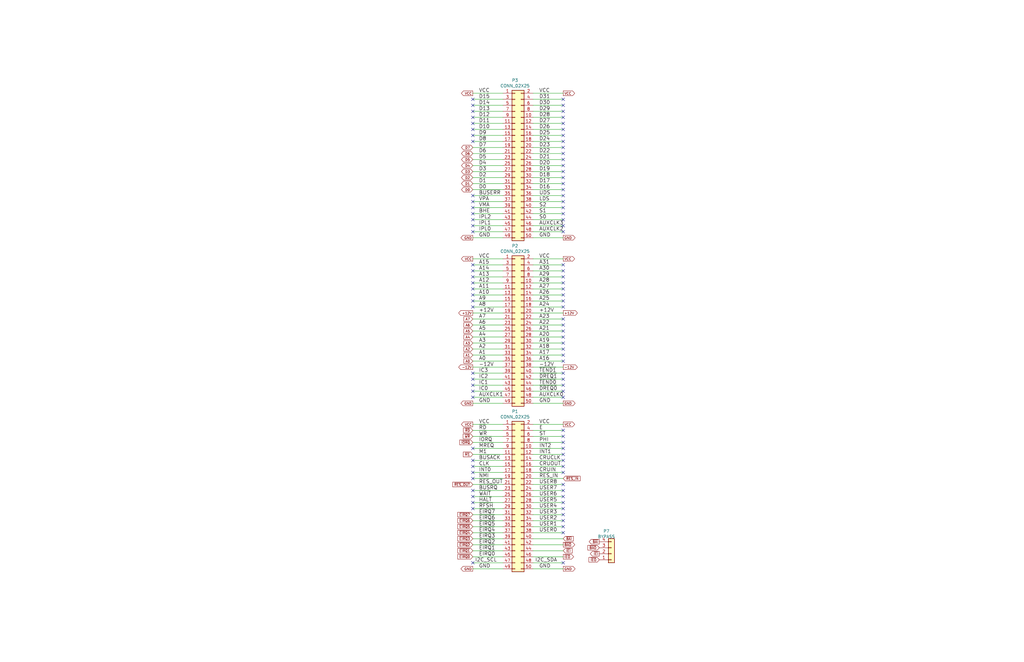
<source format=kicad_sch>
(kicad_sch (version 20211123) (generator eeschema)
  (paper "B")
  (lib_symbols
    (symbol "Connector_Generic:Conn_01x04" (pin_names (offset 1.016) hide)
      (property "Reference" "J" (at 0 5.08 0))
      (property "Value" "Conn_01x04" (at 0 -7.62 0))
      (symbol "Conn_01x04_1_1"
        (rectangle (start -1.27 -4.953) (end 0 -5.207) (stroke (width 0.1524)))
        (rectangle (start -1.27 -2.413) (end 0 -2.667) (stroke (width 0.1524)))
        (rectangle (start -1.27 0.127) (end 0 -0.127) (stroke (width 0.1524)))
        (rectangle (start -1.27 2.667) (end 0 2.413) (stroke (width 0.1524)))
        (rectangle (start -1.27 3.81) (end 1.27 -6.35) (stroke (width 0.254)) (fill (type background)))
        (pin passive line (at -5.08 2.54 0) (length 3.81) (name "Pin_1") (number "1"))
        (pin passive line (at -5.08 0 0) (length 3.81) (name "Pin_2") (number "2"))
        (pin passive line (at -5.08 -2.54 0) (length 3.81) (name "Pin_3") (number "3"))
        (pin passive line (at -5.08 -5.08 0) (length 3.81) (name "Pin_4") (number "4"))
      )
    )
    (symbol "Connector_Generic:Conn_02x25_Odd_Even" (pin_names (offset 1.016) hide)
      (property "Reference" "J" (at 1.27 33.02 0))
      (property "Value" "Conn_02x25_Odd_Even" (at 1.27 -33.02 0))
      (symbol "Conn_02x25_Odd_Even_1_1"
        (rectangle (start -1.27 -30.353) (end 0 -30.607) (stroke (width 0.1524)))
        (rectangle (start -1.27 -27.813) (end 0 -28.067) (stroke (width 0.1524)))
        (rectangle (start -1.27 -25.273) (end 0 -25.527) (stroke (width 0.1524)))
        (rectangle (start -1.27 -22.733) (end 0 -22.987) (stroke (width 0.1524)))
        (rectangle (start -1.27 -20.193) (end 0 -20.447) (stroke (width 0.1524)))
        (rectangle (start -1.27 -17.653) (end 0 -17.907) (stroke (width 0.1524)))
        (rectangle (start -1.27 -15.113) (end 0 -15.367) (stroke (width 0.1524)))
        (rectangle (start -1.27 -12.573) (end 0 -12.827) (stroke (width 0.1524)))
        (rectangle (start -1.27 -10.033) (end 0 -10.287) (stroke (width 0.1524)))
        (rectangle (start -1.27 -7.493) (end 0 -7.747) (stroke (width 0.1524)))
        (rectangle (start -1.27 -4.953) (end 0 -5.207) (stroke (width 0.1524)))
        (rectangle (start -1.27 -2.413) (end 0 -2.667) (stroke (width 0.1524)))
        (rectangle (start -1.27 0.127) (end 0 -0.127) (stroke (width 0.1524)))
        (rectangle (start -1.27 2.667) (end 0 2.413) (stroke (width 0.1524)))
        (rectangle (start -1.27 5.207) (end 0 4.953) (stroke (width 0.1524)))
        (rectangle (start -1.27 7.747) (end 0 7.493) (stroke (width 0.1524)))
        (rectangle (start -1.27 10.287) (end 0 10.033) (stroke (width 0.1524)))
        (rectangle (start -1.27 12.827) (end 0 12.573) (stroke (width 0.1524)))
        (rectangle (start -1.27 15.367) (end 0 15.113) (stroke (width 0.1524)))
        (rectangle (start -1.27 17.907) (end 0 17.653) (stroke (width 0.1524)))
        (rectangle (start -1.27 20.447) (end 0 20.193) (stroke (width 0.1524)))
        (rectangle (start -1.27 22.987) (end 0 22.733) (stroke (width 0.1524)))
        (rectangle (start -1.27 25.527) (end 0 25.273) (stroke (width 0.1524)))
        (rectangle (start -1.27 28.067) (end 0 27.813) (stroke (width 0.1524)))
        (rectangle (start -1.27 30.607) (end 0 30.353) (stroke (width 0.1524)))
        (rectangle (start -1.27 31.75) (end 3.81 -31.75) (stroke (width 0.254)) (fill (type background)))
        (rectangle (start 3.81 -30.353) (end 2.54 -30.607) (stroke (width 0.1524)))
        (rectangle (start 3.81 -27.813) (end 2.54 -28.067) (stroke (width 0.1524)))
        (rectangle (start 3.81 -25.273) (end 2.54 -25.527) (stroke (width 0.1524)))
        (rectangle (start 3.81 -22.733) (end 2.54 -22.987) (stroke (width 0.1524)))
        (rectangle (start 3.81 -20.193) (end 2.54 -20.447) (stroke (width 0.1524)))
        (rectangle (start 3.81 -17.653) (end 2.54 -17.907) (stroke (width 0.1524)))
        (rectangle (start 3.81 -15.113) (end 2.54 -15.367) (stroke (width 0.1524)))
        (rectangle (start 3.81 -12.573) (end 2.54 -12.827) (stroke (width 0.1524)))
        (rectangle (start 3.81 -10.033) (end 2.54 -10.287) (stroke (width 0.1524)))
        (rectangle (start 3.81 -7.493) (end 2.54 -7.747) (stroke (width 0.1524)))
        (rectangle (start 3.81 -4.953) (end 2.54 -5.207) (stroke (width 0.1524)))
        (rectangle (start 3.81 -2.413) (end 2.54 -2.667) (stroke (width 0.1524)))
        (rectangle (start 3.81 0.127) (end 2.54 -0.127) (stroke (width 0.1524)))
        (rectangle (start 3.81 2.667) (end 2.54 2.413) (stroke (width 0.1524)))
        (rectangle (start 3.81 5.207) (end 2.54 4.953) (stroke (width 0.1524)))
        (rectangle (start 3.81 7.747) (end 2.54 7.493) (stroke (width 0.1524)))
        (rectangle (start 3.81 10.287) (end 2.54 10.033) (stroke (width 0.1524)))
        (rectangle (start 3.81 12.827) (end 2.54 12.573) (stroke (width 0.1524)))
        (rectangle (start 3.81 15.367) (end 2.54 15.113) (stroke (width 0.1524)))
        (rectangle (start 3.81 17.907) (end 2.54 17.653) (stroke (width 0.1524)))
        (rectangle (start 3.81 20.447) (end 2.54 20.193) (stroke (width 0.1524)))
        (rectangle (start 3.81 22.987) (end 2.54 22.733) (stroke (width 0.1524)))
        (rectangle (start 3.81 25.527) (end 2.54 25.273) (stroke (width 0.1524)))
        (rectangle (start 3.81 28.067) (end 2.54 27.813) (stroke (width 0.1524)))
        (rectangle (start 3.81 30.607) (end 2.54 30.353) (stroke (width 0.1524)))
        (pin passive line (at -5.08 30.48 0) (length 3.81) (name "Pin_1") (number "1"))
        (pin passive line (at 7.62 20.32 180) (length 3.81) (name "Pin_10") (number "10"))
        (pin passive line (at -5.08 17.78 0) (length 3.81) (name "Pin_11") (number "11"))
        (pin passive line (at 7.62 17.78 180) (length 3.81) (name "Pin_12") (number "12"))
        (pin passive line (at -5.08 15.24 0) (length 3.81) (name "Pin_13") (number "13"))
        (pin passive line (at 7.62 15.24 180) (length 3.81) (name "Pin_14") (number "14"))
        (pin passive line (at -5.08 12.7 0) (length 3.81) (name "Pin_15") (number "15"))
        (pin passive line (at 7.62 12.7 180) (length 3.81) (name "Pin_16") (number "16"))
        (pin passive line (at -5.08 10.16 0) (length 3.81) (name "Pin_17") (number "17"))
        (pin passive line (at 7.62 10.16 180) (length 3.81) (name "Pin_18") (number "18"))
        (pin passive line (at -5.08 7.62 0) (length 3.81) (name "Pin_19") (number "19"))
        (pin passive line (at 7.62 30.48 180) (length 3.81) (name "Pin_2") (number "2"))
        (pin passive line (at 7.62 7.62 180) (length 3.81) (name "Pin_20") (number "20"))
        (pin passive line (at -5.08 5.08 0) (length 3.81) (name "Pin_21") (number "21"))
        (pin passive line (at 7.62 5.08 180) (length 3.81) (name "Pin_22") (number "22"))
        (pin passive line (at -5.08 2.54 0) (length 3.81) (name "Pin_23") (number "23"))
        (pin passive line (at 7.62 2.54 180) (length 3.81) (name "Pin_24") (number "24"))
        (pin passive line (at -5.08 0 0) (length 3.81) (name "Pin_25") (number "25"))
        (pin passive line (at 7.62 0 180) (length 3.81) (name "Pin_26") (number "26"))
        (pin passive line (at -5.08 -2.54 0) (length 3.81) (name "Pin_27") (number "27"))
        (pin passive line (at 7.62 -2.54 180) (length 3.81) (name "Pin_28") (number "28"))
        (pin passive line (at -5.08 -5.08 0) (length 3.81) (name "Pin_29") (number "29"))
        (pin passive line (at -5.08 27.94 0) (length 3.81) (name "Pin_3") (number "3"))
        (pin passive line (at 7.62 -5.08 180) (length 3.81) (name "Pin_30") (number "30"))
        (pin passive line (at -5.08 -7.62 0) (length 3.81) (name "Pin_31") (number "31"))
        (pin passive line (at 7.62 -7.62 180) (length 3.81) (name "Pin_32") (number "32"))
        (pin passive line (at -5.08 -10.16 0) (length 3.81) (name "Pin_33") (number "33"))
        (pin passive line (at 7.62 -10.16 180) (length 3.81) (name "Pin_34") (number "34"))
        (pin passive line (at -5.08 -12.7 0) (length 3.81) (name "Pin_35") (number "35"))
        (pin passive line (at 7.62 -12.7 180) (length 3.81) (name "Pin_36") (number "36"))
        (pin passive line (at -5.08 -15.24 0) (length 3.81) (name "Pin_37") (number "37"))
        (pin passive line (at 7.62 -15.24 180) (length 3.81) (name "Pin_38") (number "38"))
        (pin passive line (at -5.08 -17.78 0) (length 3.81) (name "Pin_39") (number "39"))
        (pin passive line (at 7.62 27.94 180) (length 3.81) (name "Pin_4") (number "4"))
        (pin passive line (at 7.62 -17.78 180) (length 3.81) (name "Pin_40") (number "40"))
        (pin passive line (at -5.08 -20.32 0) (length 3.81) (name "Pin_41") (number "41"))
        (pin passive line (at 7.62 -20.32 180) (length 3.81) (name "Pin_42") (number "42"))
        (pin passive line (at -5.08 -22.86 0) (length 3.81) (name "Pin_43") (number "43"))
        (pin passive line (at 7.62 -22.86 180) (length 3.81) (name "Pin_44") (number "44"))
        (pin passive line (at -5.08 -25.4 0) (length 3.81) (name "Pin_45") (number "45"))
        (pin passive line (at 7.62 -25.4 180) (length 3.81) (name "Pin_46") (number "46"))
        (pin passive line (at -5.08 -27.94 0) (length 3.81) (name "Pin_47") (number "47"))
        (pin passive line (at 7.62 -27.94 180) (length 3.81) (name "Pin_48") (number "48"))
        (pin passive line (at -5.08 -30.48 0) (length 3.81) (name "Pin_49") (number "49"))
        (pin passive line (at -5.08 25.4 0) (length 3.81) (name "Pin_5") (number "5"))
        (pin passive line (at 7.62 -30.48 180) (length 3.81) (name "Pin_50") (number "50"))
        (pin passive line (at 7.62 25.4 180) (length 3.81) (name "Pin_6") (number "6"))
        (pin passive line (at -5.08 22.86 0) (length 3.81) (name "Pin_7") (number "7"))
        (pin passive line (at 7.62 22.86 180) (length 3.81) (name "Pin_8") (number "8"))
        (pin passive line (at -5.08 20.32 0) (length 3.81) (name "Pin_9") (number "9"))
      )
    )
  )
  (no_connect (at 237.49 194.31))
  (no_connect (at 199.39 90.17))
  (no_connect (at 199.39 212.09))
  (no_connect (at 199.39 209.55))
  (no_connect (at 199.39 97.79))
  (no_connect (at 237.49 134.62))
  (no_connect (at 237.49 214.63))
  (no_connect (at 237.49 129.54))
  (no_connect (at 237.49 49.53))
  (no_connect (at 237.49 95.25))
  (no_connect (at 237.49 222.25))
  (no_connect (at 237.49 219.71))
  (no_connect (at 199.39 46.99))
  (no_connect (at 199.39 189.23))
  (no_connect (at 199.39 124.46))
  (no_connect (at 199.39 59.69))
  (no_connect (at 199.39 95.25))
  (no_connect (at 199.39 87.63))
  (no_connect (at 237.49 209.55))
  (no_connect (at 237.49 162.56))
  (no_connect (at 237.49 62.23))
  (no_connect (at 237.49 137.16))
  (no_connect (at 237.49 184.15))
  (no_connect (at 199.39 214.63))
  (no_connect (at 199.39 129.54))
  (no_connect (at 199.39 57.15))
  (no_connect (at 237.49 191.77))
  (no_connect (at 199.39 54.61))
  (no_connect (at 199.39 207.01))
  (no_connect (at 237.49 119.38))
  (no_connect (at 237.49 147.32))
  (no_connect (at 199.39 85.09))
  (no_connect (at 237.49 97.79))
  (no_connect (at 199.39 165.1))
  (no_connect (at 237.49 144.78))
  (no_connect (at 199.39 44.45))
  (no_connect (at 237.49 207.01))
  (no_connect (at 199.39 160.02))
  (no_connect (at 237.49 72.39))
  (no_connect (at 199.39 196.85))
  (no_connect (at 199.39 49.53))
  (no_connect (at 237.49 116.84))
  (no_connect (at 237.49 67.31))
  (no_connect (at 237.49 111.76))
  (no_connect (at 199.39 41.91))
  (no_connect (at 237.49 139.7))
  (no_connect (at 237.49 85.09))
  (no_connect (at 237.49 92.71))
  (no_connect (at 237.49 121.92))
  (no_connect (at 237.49 189.23))
  (no_connect (at 237.49 64.77))
  (no_connect (at 237.49 217.17))
  (no_connect (at 237.49 52.07))
  (no_connect (at 199.39 116.84))
  (no_connect (at 237.49 149.86))
  (no_connect (at 237.49 44.45))
  (no_connect (at 199.39 162.56))
  (no_connect (at 199.39 127))
  (no_connect (at 237.49 152.4))
  (no_connect (at 237.49 114.3))
  (no_connect (at 199.39 52.07))
  (no_connect (at 199.39 82.55))
  (no_connect (at 237.49 165.1))
  (no_connect (at 237.49 127))
  (no_connect (at 237.49 224.79))
  (no_connect (at 237.49 74.93))
  (no_connect (at 237.49 77.47))
  (no_connect (at 199.39 194.31))
  (no_connect (at 237.49 212.09))
  (no_connect (at 237.49 80.01))
  (no_connect (at 199.39 92.71))
  (no_connect (at 237.49 46.99))
  (no_connect (at 237.49 57.15))
  (no_connect (at 237.49 54.61))
  (no_connect (at 199.39 237.49))
  (no_connect (at 199.39 111.76))
  (no_connect (at 237.49 181.61))
  (no_connect (at 237.49 167.64))
  (no_connect (at 237.49 82.55))
  (no_connect (at 237.49 59.69))
  (no_connect (at 237.49 186.69))
  (no_connect (at 237.49 160.02))
  (no_connect (at 199.39 201.93))
  (no_connect (at 237.49 196.85))
  (no_connect (at 237.49 69.85))
  (no_connect (at 237.49 41.91))
  (no_connect (at 237.49 90.17))
  (no_connect (at 237.49 199.39))
  (no_connect (at 199.39 167.64))
  (no_connect (at 199.39 114.3))
  (no_connect (at 237.49 142.24))
  (no_connect (at 237.49 204.47))
  (no_connect (at 237.49 157.48))
  (no_connect (at 237.49 87.63))
  (no_connect (at 199.39 199.39))
  (no_connect (at 199.39 121.92))
  (no_connect (at 237.49 237.49))
  (no_connect (at 199.39 157.48))
  (no_connect (at 237.49 124.46))
  (no_connect (at 199.39 119.38))
  (wire (pts (xy 199.39 214.63) (xy 212.09 214.63)))
  (wire (pts (xy 199.39 137.16) (xy 212.09 137.16)))
  (wire (pts (xy 237.49 232.41) (xy 224.79 232.41)))
  (wire (pts (xy 224.79 144.78) (xy 237.49 144.78)))
  (wire (pts (xy 199.39 121.92) (xy 212.09 121.92)))
  (wire (pts (xy 212.09 97.79) (xy 199.39 97.79)))
  (wire (pts (xy 224.79 44.45) (xy 237.49 44.45)))
  (wire (pts (xy 199.39 124.46) (xy 212.09 124.46)))
  (wire (pts (xy 199.39 64.77) (xy 212.09 64.77)))
  (wire (pts (xy 224.79 114.3) (xy 237.49 114.3)))
  (wire (pts (xy 224.79 217.17) (xy 237.49 217.17)))
  (wire (pts (xy 224.79 152.4) (xy 237.49 152.4)))
  (wire (pts (xy 199.39 49.53) (xy 212.09 49.53)))
  (wire (pts (xy 199.39 217.17) (xy 212.09 217.17)))
  (wire (pts (xy 199.39 194.31) (xy 212.09 194.31)))
  (wire (pts (xy 237.49 191.77) (xy 224.79 191.77)))
  (wire (pts (xy 224.79 67.31) (xy 237.49 67.31)))
  (wire (pts (xy 199.39 67.31) (xy 212.09 67.31)))
  (wire (pts (xy 224.79 109.22) (xy 237.49 109.22)))
  (wire (pts (xy 224.79 87.63) (xy 237.49 87.63)))
  (wire (pts (xy 224.79 116.84) (xy 237.49 116.84)))
  (wire (pts (xy 224.79 69.85) (xy 237.49 69.85)))
  (wire (pts (xy 224.79 139.7) (xy 237.49 139.7)))
  (wire (pts (xy 212.09 237.49) (xy 199.39 237.49)))
  (wire (pts (xy 199.39 57.15) (xy 212.09 57.15)))
  (wire (pts (xy 199.39 116.84) (xy 212.09 116.84)))
  (wire (pts (xy 224.79 142.24) (xy 237.49 142.24)))
  (wire (pts (xy 199.39 62.23) (xy 212.09 62.23)))
  (wire (pts (xy 199.39 186.69) (xy 212.09 186.69)))
  (wire (pts (xy 199.39 132.08) (xy 212.09 132.08)))
  (wire (pts (xy 199.39 209.55) (xy 212.09 209.55)))
  (wire (pts (xy 199.39 232.41) (xy 212.09 232.41)))
  (wire (pts (xy 199.39 59.69) (xy 212.09 59.69)))
  (wire (pts (xy 224.79 127) (xy 237.49 127)))
  (wire (pts (xy 199.39 222.25) (xy 212.09 222.25)))
  (wire (pts (xy 199.39 191.77) (xy 212.09 191.77)))
  (wire (pts (xy 224.79 90.17) (xy 237.49 90.17)))
  (wire (pts (xy 224.79 219.71) (xy 237.49 219.71)))
  (wire (pts (xy 237.49 181.61) (xy 224.79 181.61)))
  (wire (pts (xy 199.39 100.33) (xy 212.09 100.33)))
  (wire (pts (xy 212.09 160.02) (xy 199.39 160.02)))
  (wire (pts (xy 224.79 49.53) (xy 237.49 49.53)))
  (wire (pts (xy 199.39 72.39) (xy 212.09 72.39)))
  (wire (pts (xy 224.79 72.39) (xy 237.49 72.39)))
  (wire (pts (xy 199.39 240.03) (xy 212.09 240.03)))
  (wire (pts (xy 199.39 144.78) (xy 212.09 144.78)))
  (wire (pts (xy 224.79 224.79) (xy 237.49 224.79)))
  (wire (pts (xy 224.79 137.16) (xy 237.49 137.16)))
  (wire (pts (xy 199.39 229.87) (xy 212.09 229.87)))
  (wire (pts (xy 224.79 92.71) (xy 237.49 92.71)))
  (wire (pts (xy 212.09 157.48) (xy 199.39 157.48)))
  (wire (pts (xy 224.79 59.69) (xy 237.49 59.69)))
  (wire (pts (xy 224.79 204.47) (xy 237.49 204.47)))
  (wire (pts (xy 199.39 119.38) (xy 212.09 119.38)))
  (wire (pts (xy 212.09 162.56) (xy 199.39 162.56)))
  (wire (pts (xy 199.39 147.32) (xy 212.09 147.32)))
  (wire (pts (xy 224.79 214.63) (xy 237.49 214.63)))
  (wire (pts (xy 224.79 160.02) (xy 237.49 160.02)))
  (wire (pts (xy 199.39 46.99) (xy 212.09 46.99)))
  (wire (pts (xy 199.39 204.47) (xy 212.09 204.47)))
  (wire (pts (xy 212.09 87.63) (xy 199.39 87.63)))
  (wire (pts (xy 224.79 74.93) (xy 237.49 74.93)))
  (wire (pts (xy 224.79 121.92) (xy 237.49 121.92)))
  (wire (pts (xy 199.39 114.3) (xy 212.09 114.3)))
  (wire (pts (xy 224.79 80.01) (xy 237.49 80.01)))
  (wire (pts (xy 224.79 62.23) (xy 237.49 62.23)))
  (wire (pts (xy 224.79 134.62) (xy 237.49 134.62)))
  (wire (pts (xy 212.09 95.25) (xy 199.39 95.25)))
  (wire (pts (xy 199.39 39.37) (xy 212.09 39.37)))
  (wire (pts (xy 199.39 224.79) (xy 212.09 224.79)))
  (wire (pts (xy 237.49 194.31) (xy 224.79 194.31)))
  (wire (pts (xy 212.09 82.55) (xy 199.39 82.55)))
  (wire (pts (xy 199.39 139.7) (xy 212.09 139.7)))
  (wire (pts (xy 199.39 129.54) (xy 212.09 129.54)))
  (wire (pts (xy 224.79 170.18) (xy 237.49 170.18)))
  (wire (pts (xy 199.39 69.85) (xy 212.09 69.85)))
  (wire (pts (xy 224.79 162.56) (xy 237.49 162.56)))
  (wire (pts (xy 199.39 201.93) (xy 212.09 201.93)))
  (wire (pts (xy 224.79 147.32) (xy 237.49 147.32)))
  (wire (pts (xy 199.39 52.07) (xy 212.09 52.07)))
  (wire (pts (xy 224.79 64.77) (xy 237.49 64.77)))
  (wire (pts (xy 224.79 201.93) (xy 237.49 201.93)))
  (wire (pts (xy 224.79 119.38) (xy 237.49 119.38)))
  (wire (pts (xy 199.39 181.61) (xy 212.09 181.61)))
  (wire (pts (xy 199.39 207.01) (xy 212.09 207.01)))
  (wire (pts (xy 224.79 157.48) (xy 237.49 157.48)))
  (wire (pts (xy 237.49 227.33) (xy 224.79 227.33)))
  (wire (pts (xy 199.39 54.61) (xy 212.09 54.61)))
  (wire (pts (xy 224.79 199.39) (xy 237.49 199.39)))
  (wire (pts (xy 224.79 100.33) (xy 237.49 100.33)))
  (wire (pts (xy 224.79 111.76) (xy 237.49 111.76)))
  (wire (pts (xy 237.49 95.25) (xy 224.79 95.25)))
  (wire (pts (xy 224.79 179.07) (xy 237.49 179.07)))
  (wire (pts (xy 199.39 142.24) (xy 212.09 142.24)))
  (wire (pts (xy 224.79 97.79) (xy 237.49 97.79)))
  (wire (pts (xy 224.79 85.09) (xy 237.49 85.09)))
  (wire (pts (xy 224.79 54.61) (xy 237.49 54.61)))
  (wire (pts (xy 224.79 149.86) (xy 237.49 149.86)))
  (wire (pts (xy 199.39 134.62) (xy 212.09 134.62)))
  (wire (pts (xy 199.39 189.23) (xy 212.09 189.23)))
  (wire (pts (xy 212.09 85.09) (xy 199.39 85.09)))
  (wire (pts (xy 199.39 80.01) (xy 212.09 80.01)))
  (wire (pts (xy 199.39 184.15) (xy 212.09 184.15)))
  (wire (pts (xy 199.39 219.71) (xy 212.09 219.71)))
  (wire (pts (xy 237.49 186.69) (xy 224.79 186.69)))
  (wire (pts (xy 224.79 167.64) (xy 237.49 167.64)))
  (wire (pts (xy 224.79 52.07) (xy 237.49 52.07)))
  (wire (pts (xy 224.79 77.47) (xy 237.49 77.47)))
  (wire (pts (xy 199.39 227.33) (xy 212.09 227.33)))
  (wire (pts (xy 199.39 109.22) (xy 212.09 109.22)))
  (wire (pts (xy 199.39 44.45) (xy 212.09 44.45)))
  (wire (pts (xy 199.39 170.18) (xy 212.09 170.18)))
  (wire (pts (xy 199.39 234.95) (xy 212.09 234.95)))
  (wire (pts (xy 224.79 39.37) (xy 237.49 39.37)))
  (wire (pts (xy 224.79 129.54) (xy 237.49 129.54)))
  (wire (pts (xy 199.39 127) (xy 212.09 127)))
  (wire (pts (xy 237.49 189.23) (xy 224.79 189.23)))
  (wire (pts (xy 199.39 196.85) (xy 212.09 196.85)))
  (wire (pts (xy 224.79 41.91) (xy 237.49 41.91)))
  (wire (pts (xy 199.39 149.86) (xy 212.09 149.86)))
  (wire (pts (xy 224.79 124.46) (xy 237.49 124.46)))
  (wire (pts (xy 224.79 212.09) (xy 237.49 212.09)))
  (wire (pts (xy 224.79 207.01) (xy 237.49 207.01)))
  (wire (pts (xy 237.49 234.95) (xy 224.79 234.95)))
  (wire (pts (xy 199.39 199.39) (xy 212.09 199.39)))
  (wire (pts (xy 224.79 46.99) (xy 237.49 46.99)))
  (wire (pts (xy 224.79 196.85) (xy 237.49 196.85)))
  (wire (pts (xy 199.39 152.4) (xy 212.09 152.4)))
  (wire (pts (xy 199.39 41.91) (xy 212.09 41.91)))
  (wire (pts (xy 199.39 77.47) (xy 212.09 77.47)))
  (wire (pts (xy 212.09 92.71) (xy 199.39 92.71)))
  (wire (pts (xy 224.79 154.94) (xy 237.49 154.94)))
  (wire (pts (xy 199.39 111.76) (xy 212.09 111.76)))
  (wire (pts (xy 199.39 179.07) (xy 212.09 179.07)))
  (wire (pts (xy 237.49 184.15) (xy 224.79 184.15)))
  (wire (pts (xy 224.79 165.1) (xy 237.49 165.1)))
  (wire (pts (xy 199.39 212.09) (xy 212.09 212.09)))
  (wire (pts (xy 224.79 240.03) (xy 237.49 240.03)))
  (wire (pts (xy 237.49 237.49) (xy 224.79 237.49)))
  (wire (pts (xy 224.79 132.08) (xy 237.49 132.08)))
  (wire (pts (xy 199.39 74.93) (xy 212.09 74.93)))
  (wire (pts (xy 212.09 165.1) (xy 199.39 165.1)))
  (wire (pts (xy 224.79 209.55) (xy 237.49 209.55)))
  (wire (pts (xy 224.79 57.15) (xy 237.49 57.15)))
  (wire (pts (xy 199.39 154.94) (xy 212.09 154.94)))
  (wire (pts (xy 199.39 167.64) (xy 212.09 167.64)))
  (wire (pts (xy 212.09 90.17) (xy 199.39 90.17)))
  (wire (pts (xy 224.79 82.55) (xy 237.49 82.55)))
  (wire (pts (xy 237.49 229.87) (xy 224.79 229.87)))
  (wire (pts (xy 224.79 222.25) (xy 237.49 222.25)))
  (label "CRUCLK" (at 227.33 194.31 0) (effects (font (size 1.524 1.524))))
  (label "~{EIRQ3}" (at 201.93 227.33 0) (effects (font (size 1.524 1.524))))
  (label "~{WAIT}" (at 201.93 209.55 0) (effects (font (size 1.524 1.524))))
  (label "D0" (at 201.93 80.01 0) (effects (font (size 1.524 1.524))))
  (label "A30" (at 227.33 114.3 0) (effects (font (size 1.524 1.524))))
  (label "D3" (at 201.93 72.39 0) (effects (font (size 1.524 1.524))))
  (label "A17" (at 227.33 149.86 0) (effects (font (size 1.524 1.524))))
  (label "A28" (at 227.33 119.38 0) (effects (font (size 1.524 1.524))))
  (label "D16" (at 227.33 80.01 0) (effects (font (size 1.524 1.524))))
  (label "~{RD}" (at 201.93 181.61 0) (effects (font (size 1.524 1.524))))
  (label "D31" (at 227.33 41.91 0) (effects (font (size 1.524 1.524))))
  (label "D22" (at 227.33 64.77 0) (effects (font (size 1.524 1.524))))
  (label "A8" (at 201.93 129.54 0) (effects (font (size 1.524 1.524))))
  (label "+12V" (at 201.93 132.08 0) (effects (font (size 1.524 1.524))))
  (label "A11" (at 201.93 121.92 0) (effects (font (size 1.524 1.524))))
  (label "GND" (at 227.33 240.03 0) (effects (font (size 1.524 1.524))))
  (label "D13" (at 201.93 46.99 0) (effects (font (size 1.524 1.524))))
  (label "~{EIRQ0}" (at 201.93 234.95 0) (effects (font (size 1.524 1.524))))
  (label "~{TEND0}" (at 227.33 162.56 0) (effects (font (size 1.524 1.524))))
  (label "~{EIRQ2}" (at 201.93 229.87 0) (effects (font (size 1.524 1.524))))
  (label "A27" (at 227.33 121.92 0) (effects (font (size 1.524 1.524))))
  (label "D20" (at 227.33 69.85 0) (effects (font (size 1.524 1.524))))
  (label "A9" (at 201.93 127 0) (effects (font (size 1.524 1.524))))
  (label "D4" (at 201.93 69.85 0) (effects (font (size 1.524 1.524))))
  (label "D5" (at 201.93 67.31 0) (effects (font (size 1.524 1.524))))
  (label "D29" (at 227.33 46.99 0) (effects (font (size 1.524 1.524))))
  (label "~{NMI}" (at 201.93 201.93 0) (effects (font (size 1.524 1.524))))
  (label "D7" (at 201.93 62.23 0) (effects (font (size 1.524 1.524))))
  (label "-12V" (at 201.93 154.94 0) (effects (font (size 1.524 1.524))))
  (label "D27" (at 227.33 52.07 0) (effects (font (size 1.524 1.524))))
  (label "D21" (at 227.33 67.31 0) (effects (font (size 1.524 1.524))))
  (label "USER7" (at 227.33 207.01 0) (effects (font (size 1.524 1.524))))
  (label "IPL0" (at 201.93 97.79 0) (effects (font (size 1.524 1.524))))
  (label "A7" (at 201.93 134.62 0) (effects (font (size 1.524 1.524))))
  (label "~{M1}" (at 201.93 191.77 0) (effects (font (size 1.524 1.524))))
  (label "D23" (at 227.33 62.23 0) (effects (font (size 1.524 1.524))))
  (label "~{BHE}" (at 201.93 90.17 0) (effects (font (size 1.524 1.524))))
  (label "AUXCLK0" (at 227.33 167.64 0) (effects (font (size 1.524 1.524))))
  (label "~{BUSRQ}" (at 201.93 207.01 0) (effects (font (size 1.524 1.524))))
  (label "~{VMA}" (at 201.93 87.63 0) (effects (font (size 1.524 1.524))))
  (label "AUXCLK3" (at 227.33 95.25 0) (effects (font (size 1.524 1.524))))
  (label "USER2" (at 227.33 219.71 0) (effects (font (size 1.524 1.524))))
  (label "D6" (at 201.93 64.77 0) (effects (font (size 1.524 1.524))))
  (label "E" (at 227.33 181.61 0) (effects (font (size 1.524 1.524))))
  (label "~{EIRQ7}" (at 201.93 217.17 0) (effects (font (size 1.524 1.524))))
  (label "~{WR}" (at 201.93 184.15 0) (effects (font (size 1.524 1.524))))
  (label "USER6" (at 227.33 209.55 0) (effects (font (size 1.524 1.524))))
  (label "S1" (at 227.33 90.17 0) (effects (font (size 1.524 1.524))))
  (label "A19" (at 227.33 144.78 0) (effects (font (size 1.524 1.524))))
  (label "VCC" (at 201.93 109.22 0) (effects (font (size 1.524 1.524))))
  (label "USER4" (at 227.33 214.63 0) (effects (font (size 1.524 1.524))))
  (label "D1" (at 201.93 77.47 0) (effects (font (size 1.524 1.524))))
  (label "PHI" (at 227.33 186.69 0) (effects (font (size 1.524 1.524))))
  (label "~{EIRQ5}" (at 201.93 222.25 0) (effects (font (size 1.524 1.524))))
  (label "UDS" (at 227.33 82.55 0) (effects (font (size 1.524 1.524))))
  (label "D24" (at 227.33 59.69 0) (effects (font (size 1.524 1.524))))
  (label "A3" (at 201.93 144.78 0) (effects (font (size 1.524 1.524))))
  (label "USER1" (at 227.33 222.25 0) (effects (font (size 1.524 1.524))))
  (label "D26" (at 227.33 54.61 0) (effects (font (size 1.524 1.524))))
  (label "~{BUSERR}" (at 201.93 82.55 0) (effects (font (size 1.524 1.524))))
  (label "GND" (at 227.33 100.33 0) (effects (font (size 1.524 1.524))))
  (label "GND" (at 201.93 170.18 0) (effects (font (size 1.524 1.524))))
  (label "D2" (at 201.93 74.93 0) (effects (font (size 1.524 1.524))))
  (label "A13" (at 201.93 116.84 0) (effects (font (size 1.524 1.524))))
  (label "D28" (at 227.33 49.53 0) (effects (font (size 1.524 1.524))))
  (label "IC1" (at 201.93 162.56 0) (effects (font (size 1.524 1.524))))
  (label "VCC" (at 201.93 39.37 0) (effects (font (size 1.524 1.524))))
  (label "A10" (at 201.93 124.46 0) (effects (font (size 1.524 1.524))))
  (label "D12" (at 201.93 49.53 0) (effects (font (size 1.524 1.524))))
  (label "A2" (at 201.93 147.32 0) (effects (font (size 1.524 1.524))))
  (label "USER3" (at 227.33 217.17 0) (effects (font (size 1.524 1.524))))
  (label "VCC" (at 227.33 109.22 0) (effects (font (size 1.524 1.524))))
  (label "ST" (at 227.33 184.15 0) (effects (font (size 1.524 1.524))))
  (label "~{HALT}" (at 201.93 212.09 0) (effects (font (size 1.524 1.524))))
  (label "D10" (at 201.93 54.61 0) (effects (font (size 1.524 1.524))))
  (label "D25" (at 227.33 57.15 0) (effects (font (size 1.524 1.524))))
  (label "A14" (at 201.93 114.3 0) (effects (font (size 1.524 1.524))))
  (label "A0" (at 201.93 152.4 0) (effects (font (size 1.524 1.524))))
  (label "~{EIRQ6}" (at 201.93 219.71 0) (effects (font (size 1.524 1.524))))
  (label "D30" (at 227.33 44.45 0) (effects (font (size 1.524 1.524))))
  (label "A18" (at 227.33 147.32 0) (effects (font (size 1.524 1.524))))
  (label "D17" (at 227.33 77.47 0) (effects (font (size 1.524 1.524))))
  (label "~{MREQ}" (at 201.93 189.23 0) (effects (font (size 1.524 1.524))))
  (label "D18" (at 227.33 74.93 0) (effects (font (size 1.524 1.524))))
  (label "A5" (at 201.93 139.7 0) (effects (font (size 1.524 1.524))))
  (label "IPL2" (at 201.93 92.71 0) (effects (font (size 1.524 1.524))))
  (label "I2C_SCL" (at 209.55 237.49 180) (effects (font (size 1.524 1.524))))
  (label "VCC" (at 201.93 179.07 0) (effects (font (size 1.524 1.524))))
  (label "IC0" (at 201.93 165.1 0) (effects (font (size 1.524 1.524))))
  (label "A24" (at 227.33 129.54 0) (effects (font (size 1.524 1.524))))
  (label "~{RES_IN}" (at 227.33 201.93 0) (effects (font (size 1.524 1.524))))
  (label "USER0" (at 227.33 224.79 0) (effects (font (size 1.524 1.524))))
  (label "D8" (at 201.93 59.69 0) (effects (font (size 1.524 1.524))))
  (label "~{EIRQ4}" (at 201.93 224.79 0) (effects (font (size 1.524 1.524))))
  (label "~{DREQ1}" (at 227.33 160.02 0) (effects (font (size 1.524 1.524))))
  (label "GND" (at 201.93 240.03 0) (effects (font (size 1.524 1.524))))
  (label "A20" (at 227.33 142.24 0) (effects (font (size 1.524 1.524))))
  (label "USER8" (at 227.33 204.47 0) (effects (font (size 1.524 1.524))))
  (label "D19" (at 227.33 72.39 0) (effects (font (size 1.524 1.524))))
  (label "A1" (at 201.93 149.86 0) (effects (font (size 1.524 1.524))))
  (label "+12V" (at 227.33 132.08 0) (effects (font (size 1.524 1.524))))
  (label "~{INT0}" (at 201.93 199.39 0) (effects (font (size 1.524 1.524))))
  (label "I2C_SDA" (at 234.95 237.49 180) (effects (font (size 1.524 1.524))))
  (label "~{IORQ}" (at 201.93 186.69 0) (effects (font (size 1.524 1.524))))
  (label "~{RES_OUT}" (at 201.93 204.47 0) (effects (font (size 1.524 1.524))))
  (label "A29" (at 227.33 116.84 0) (effects (font (size 1.524 1.524))))
  (label "D11" (at 201.93 52.07 0) (effects (font (size 1.524 1.524))))
  (label "LDS" (at 227.33 85.09 0) (effects (font (size 1.524 1.524))))
  (label "A26" (at 227.33 124.46 0) (effects (font (size 1.524 1.524))))
  (label "CRUIN" (at 227.33 199.39 0) (effects (font (size 1.524 1.524))))
  (label "~{RFSH}" (at 201.93 214.63 0) (effects (font (size 1.524 1.524))))
  (label "~{BUSACK}" (at 201.93 194.31 0) (effects (font (size 1.524 1.524))))
  (label "~{TEND1}" (at 227.33 157.48 0) (effects (font (size 1.524 1.524))))
  (label "~{INT1}" (at 227.33 191.77 0) (effects (font (size 1.524 1.524))))
  (label "A15" (at 201.93 111.76 0) (effects (font (size 1.524 1.524))))
  (label "IC2" (at 201.93 160.02 0) (effects (font (size 1.524 1.524))))
  (label "A31" (at 227.33 111.76 0) (effects (font (size 1.524 1.524))))
  (label "AUXCLK2" (at 227.33 97.79 0) (effects (font (size 1.524 1.524))))
  (label "D15" (at 201.93 41.91 0) (effects (font (size 1.524 1.524))))
  (label "A22" (at 227.33 137.16 0) (effects (font (size 1.524 1.524))))
  (label "S2" (at 227.33 87.63 0) (effects (font (size 1.524 1.524))))
  (label "A12" (at 201.93 119.38 0) (effects (font (size 1.524 1.524))))
  (label "D14" (at 201.93 44.45 0) (effects (font (size 1.524 1.524))))
  (label "VCC" (at 227.33 179.07 0) (effects (font (size 1.524 1.524))))
  (label "~{EIRQ1}" (at 201.93 232.41 0) (effects (font (size 1.524 1.524))))
  (label "A25" (at 227.33 127 0) (effects (font (size 1.524 1.524))))
  (label "D9" (at 201.93 57.15 0) (effects (font (size 1.524 1.524))))
  (label "GND" (at 201.93 100.33 0) (effects (font (size 1.524 1.524))))
  (label "~{INT2}" (at 227.33 189.23 0) (effects (font (size 1.524 1.524))))
  (label "A21" (at 227.33 139.7 0) (effects (font (size 1.524 1.524))))
  (label "CLK" (at 201.93 196.85 0) (effects (font (size 1.524 1.524))))
  (label "-12V" (at 227.33 154.94 0) (effects (font (size 1.524 1.524))))
  (label "IPL1" (at 201.93 95.25 0) (effects (font (size 1.524 1.524))))
  (label "A16" (at 227.33 152.4 0) (effects (font (size 1.524 1.524))))
  (label "AUXCLK1" (at 201.93 167.64 0) (effects (font (size 1.524 1.524))))
  (label "~{DREQ0}" (at 227.33 165.1 0) (effects (font (size 1.524 1.524))))
  (label "VCC" (at 227.33 39.37 0) (effects (font (size 1.524 1.524))))
  (label "A23" (at 227.33 134.62 0) (effects (font (size 1.524 1.524))))
  (label "~{VPA}" (at 201.93 85.09 0) (effects (font (size 1.524 1.524))))
  (label "A4" (at 201.93 142.24 0) (effects (font (size 1.524 1.524))))
  (label "A6" (at 201.93 137.16 0) (effects (font (size 1.524 1.524))))
  (label "GND" (at 227.33 170.18 0) (effects (font (size 1.524 1.524))))
  (label "USER5" (at 227.33 212.09 0) (effects (font (size 1.524 1.524))))
  (label "S0" (at 227.33 92.71 0) (effects (font (size 1.524 1.524))))
  (label "CRUOUT" (at 227.33 196.85 0) (effects (font (size 1.524 1.524))))
  (label "IC3" (at 201.93 157.48 0) (effects (font (size 1.524 1.524))))
  (global_label "~{IORQ}" (shape input) (at 199.39 186.69 180) (effects (font (size 1.016 1.016))) (property "Intersheet References" "${INTERSHEET_REFS}" (effects hide)))
  (global_label "A5" (shape input) (at 199.39 139.7 180) (effects (font (size 1.016 1.016))) (property "Intersheet References" "${INTERSHEET_REFS}" (effects hide)))
  (global_label "GND" (shape output) (at 237.49 240.03 0) (effects (font (size 1.016 1.016))) (property "Intersheet References" "${INTERSHEET_REFS}" (effects hide)))
  (global_label "A2" (shape input) (at 199.39 147.32 180) (effects (font (size 1.016 1.016))) (property "Intersheet References" "${INTERSHEET_REFS}" (effects hide)))
  (global_label "~{RES_OUT}" (shape input) (at 199.39 204.47 180) (effects (font (size 1.016 1.016))) (property "Intersheet References" "${INTERSHEET_REFS}" (effects hide)))
  (global_label "~{EIRQ7}" (shape input) (at 199.39 217.17 180) (effects (font (size 1.016 1.016))) (property "Intersheet References" "${INTERSHEET_REFS}" (effects hide)))
  (global_label "~{EIRQ5}" (shape input) (at 199.39 222.25 180) (effects (font (size 1.016 1.016))) (property "Intersheet References" "${INTERSHEET_REFS}" (effects hide)))
  (global_label "GND" (shape output) (at 237.49 170.18 0) (effects (font (size 1.016 1.016))) (property "Intersheet References" "${INTERSHEET_REFS}" (effects hide)))
  (global_label "A0" (shape input) (at 199.39 152.4 180) (effects (font (size 1.016 1.016))) (property "Intersheet References" "${INTERSHEET_REFS}" (effects hide)))
  (global_label "-12V" (shape output) (at 237.49 154.94 0) (effects (font (size 1.016 1.016))) (property "Intersheet References" "${INTERSHEET_REFS}" (effects hide)))
  (global_label "A3" (shape input) (at 199.39 144.78 180) (effects (font (size 1.016 1.016))) (property "Intersheet References" "${INTERSHEET_REFS}" (effects hide)))
  (global_label "~{WR}" (shape input) (at 199.39 184.15 180) (effects (font (size 1.016 1.016))) (property "Intersheet References" "${INTERSHEET_REFS}" (effects hide)))
  (global_label "~{IEI}" (shape input) (at 237.49 232.41 0) (effects (font (size 1.016 1.016))) (property "Intersheet References" "${INTERSHEET_REFS}" (effects hide)))
  (global_label "+12V" (shape output) (at 237.49 132.08 0) (effects (font (size 1.016 1.016))) (property "Intersheet References" "${INTERSHEET_REFS}" (effects hide)))
  (global_label "~{IEO}" (shape input) (at 252.73 236.22 180) (effects (font (size 1.016 1.016))) (property "Intersheet References" "${INTERSHEET_REFS}" (effects hide)))
  (global_label "D5" (shape bidirectional) (at 199.39 67.31 180) (effects (font (size 1.016 1.016))) (property "Intersheet References" "${INTERSHEET_REFS}" (effects hide)))
  (global_label "D3" (shape bidirectional) (at 199.39 72.39 180) (effects (font (size 1.016 1.016))) (property "Intersheet References" "${INTERSHEET_REFS}" (effects hide)))
  (global_label "GND" (shape output) (at 237.49 100.33 0) (effects (font (size 1.016 1.016))) (property "Intersheet References" "${INTERSHEET_REFS}" (effects hide)))
  (global_label "A7" (shape input) (at 199.39 134.62 180) (effects (font (size 1.016 1.016))) (property "Intersheet References" "${INTERSHEET_REFS}" (effects hide)))
  (global_label "~{EIRQ4}" (shape input) (at 199.39 224.79 180) (effects (font (size 1.016 1.016))) (property "Intersheet References" "${INTERSHEET_REFS}" (effects hide)))
  (global_label "~{EIRQ3}" (shape input) (at 199.39 227.33 180) (effects (font (size 1.016 1.016))) (property "Intersheet References" "${INTERSHEET_REFS}" (effects hide)))
  (global_label "VCC" (shape output) (at 237.49 109.22 0) (effects (font (size 1.016 1.016))) (property "Intersheet References" "${INTERSHEET_REFS}" (effects hide)))
  (global_label "VCC" (shape output) (at 199.39 179.07 180) (effects (font (size 1.016 1.016))) (property "Intersheet References" "${INTERSHEET_REFS}" (effects hide)))
  (global_label "VCC" (shape output) (at 237.49 179.07 0) (effects (font (size 1.016 1.016))) (property "Intersheet References" "${INTERSHEET_REFS}" (effects hide)))
  (global_label "~{EIRQ2}" (shape input) (at 199.39 229.87 180) (effects (font (size 1.016 1.016))) (property "Intersheet References" "${INTERSHEET_REFS}" (effects hide)))
  (global_label "~{BAI}" (shape output) (at 252.73 228.6 180) (effects (font (size 1.016 1.016))) (property "Intersheet References" "${INTERSHEET_REFS}" (effects hide)))
  (global_label "A6" (shape input) (at 199.39 137.16 180) (effects (font (size 1.016 1.016))) (property "Intersheet References" "${INTERSHEET_REFS}" (effects hide)))
  (global_label "~{RD}" (shape input) (at 199.39 181.61 180) (effects (font (size 1.016 1.016))) (property "Intersheet References" "${INTERSHEET_REFS}" (effects hide)))
  (global_label "A4" (shape input) (at 199.39 142.24 180) (effects (font (size 1.016 1.016))) (property "Intersheet References" "${INTERSHEET_REFS}" (effects hide)))
  (global_label "~{IEI}" (shape output) (at 252.73 233.68 180) (effects (font (size 1.016 1.016))) (property "Intersheet References" "${INTERSHEET_REFS}" (effects hide)))
  (global_label "A1" (shape input) (at 199.39 149.86 180) (effects (font (size 1.016 1.016))) (property "Intersheet References" "${INTERSHEET_REFS}" (effects hide)))
  (global_label "~{M1}" (shape input) (at 199.39 191.77 180) (effects (font (size 1.016 1.016))) (property "Intersheet References" "${INTERSHEET_REFS}" (effects hide)))
  (global_label "-12V" (shape output) (at 199.39 154.94 180) (effects (font (size 1.016 1.016))) (property "Intersheet References" "${INTERSHEET_REFS}" (effects hide)))
  (global_label "D1" (shape bidirectional) (at 199.39 77.47 180) (effects (font (size 1.016 1.016))) (property "Intersheet References" "${INTERSHEET_REFS}" (effects hide)))
  (global_label "VCC" (shape output) (at 237.49 39.37 0) (effects (font (size 1.016 1.016))) (property "Intersheet References" "${INTERSHEET_REFS}" (effects hide)))
  (global_label "D0" (shape bidirectional) (at 199.39 80.01 180) (effects (font (size 1.016 1.016))) (property "Intersheet References" "${INTERSHEET_REFS}" (effects hide)))
  (global_label "~{EIRQ0}" (shape input) (at 199.39 234.95 180) (effects (font (size 1.016 1.016))) (property "Intersheet References" "${INTERSHEET_REFS}" (effects hide)))
  (global_label "GND" (shape output) (at 199.39 100.33 180) (effects (font (size 1.016 1.016))) (property "Intersheet References" "${INTERSHEET_REFS}" (effects hide)))
  (global_label "~{RES_IN}" (shape input) (at 237.49 201.93 0) (effects (font (size 1.016 1.016))) (property "Intersheet References" "${INTERSHEET_REFS}" (effects hide)))
  (global_label "D4" (shape bidirectional) (at 199.39 69.85 180) (effects (font (size 1.016 1.016))) (property "Intersheet References" "${INTERSHEET_REFS}" (effects hide)))
  (global_label "D7" (shape bidirectional) (at 199.39 62.23 180) (effects (font (size 1.016 1.016))) (property "Intersheet References" "${INTERSHEET_REFS}" (effects hide)))
  (global_label "~{BAO}" (shape output) (at 237.49 229.87 0) (effects (font (size 1.016 1.016))) (property "Intersheet References" "${INTERSHEET_REFS}" (effects hide)))
  (global_label "~{EIRQ6}" (shape input) (at 199.39 219.71 180) (effects (font (size 1.016 1.016))) (property "Intersheet References" "${INTERSHEET_REFS}" (effects hide)))
  (global_label "+12V" (shape output) (at 199.39 132.08 180) (effects (font (size 1.016 1.016))) (property "Intersheet References" "${INTERSHEET_REFS}" (effects hide)))
  (global_label "GND" (shape output) (at 199.39 240.03 180) (effects (font (size 1.016 1.016))) (property "Intersheet References" "${INTERSHEET_REFS}" (effects hide)))
  (global_label "D6" (shape bidirectional) (at 199.39 64.77 180) (effects (font (size 1.016 1.016))) (property "Intersheet References" "${INTERSHEET_REFS}" (effects hide)))
  (global_label "D2" (shape bidirectional) (at 199.39 74.93 180) (effects (font (size 1.016 1.016))) (property "Intersheet References" "${INTERSHEET_REFS}" (effects hide)))
  (global_label "~{EIRQ1}" (shape input) (at 199.39 232.41 180) (effects (font (size 1.016 1.016))) (property "Intersheet References" "${INTERSHEET_REFS}" (effects hide)))
  (global_label "VCC" (shape output) (at 199.39 109.22 180) (effects (font (size 1.016 1.016))) (property "Intersheet References" "${INTERSHEET_REFS}" (effects hide)))
  (global_label "~{IEO}" (shape output) (at 237.49 234.95 0) (effects (font (size 1.016 1.016))) (property "Intersheet References" "${INTERSHEET_REFS}" (effects hide)))
  (global_label "~{BAI}" (shape input) (at 237.49 227.33 0) (effects (font (size 1.016 1.016))) (property "Intersheet References" "${INTERSHEET_REFS}" (effects hide)))
  (global_label "GND" (shape output) (at 199.39 170.18 180) (effects (font (size 1.016 1.016))) (property "Intersheet References" "${INTERSHEET_REFS}" (effects hide)))
  (global_label "~{BAO}" (shape input) (at 252.73 231.14 180) (effects (font (size 1.016 1.016))) (property "Intersheet References" "${INTERSHEET_REFS}" (effects hide)))
  (global_label "VCC" (shape output) (at 199.39 39.37 180) (effects (font (size 1.016 1.016))) (property "Intersheet References" "${INTERSHEET_REFS}" (effects hide)))
  (symbol (lib_id "Connector_Generic:Conn_01x04") (at 257.81 233.68 0) (mirror x) (unit 1)
    (property "Reference" "P7" (at 255.7018 224.155 0))
    (property "Value" "BYPASS" (at 255.7018 226.4664 0))
    (property "Footprint" "Connector_PinHeader_2.54mm:PinHeader_1x04_P2.54mm_Vertical" (effects hide))
  )
  (symbol (lib_id "Connector_Generic:Conn_02x25_Odd_Even") (at 217.17 209.55 0) (unit 1)
    (property "Reference" "P1" (at 217.17 173.609 0))
    (property "Value" "CONN_02X25" (at 217.17 175.9204 0))
    (property "Footprint" "Connector_IDC:IDC-Header_2x25_P2.54mm_Horizontal" (effects hide))
  )
  (symbol (lib_id "Connector_Generic:Conn_02x25_Odd_Even") (at 217.17 139.7 0) (unit 1)
    (property "Reference" "P2" (at 217.17 103.759 0))
    (property "Value" "CONN_02X25" (at 217.17 106.0704 0))
    (property "Footprint" "Connector_IDC:IDC-Header_2x25_P2.54mm_Horizontal" (effects hide))
  )
  (symbol (lib_id "Connector_Generic:Conn_02x25_Odd_Even") (at 217.17 69.85 0) (unit 1)
    (property "Reference" "P3" (at 217.17 33.909 0))
    (property "Value" "CONN_02X25" (at 217.17 36.2204 0))
    (property "Footprint" "Connector_IDC:IDC-Header_2x25_P2.54mm_Horizontal" (effects hide))
  )
)
</source>
